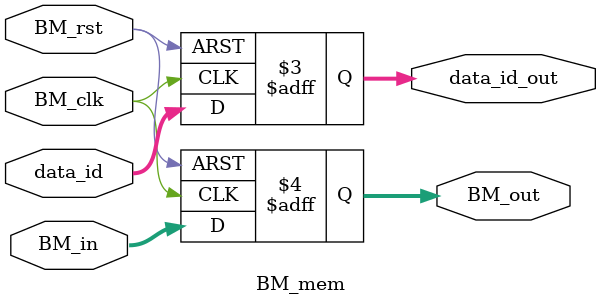
<source format=v>
module BM_mem(data_id,
			  BM_clk,
			  BM_rst,
		      BM_in,
		      BM_out,
		      data_id_out);
	input BM_clk,BM_rst;
	input [3:0] data_id;
	input [6:0] BM_in;
	output [3:0] data_id_out;
	output [6:0] BM_out;
	reg [3:0] data_id_out;
	reg [6:0] BM_out;

	always @(posedge BM_clk or negedge BM_rst) begin
		if (!BM_rst) begin
			BM_out <= 7'b0000000;
			data_id_out <= 4'b0000;
		end
		else
		begin
			BM_out <=BM_in;
			data_id_out <= data_id;
		end
	end

endmodule
</source>
